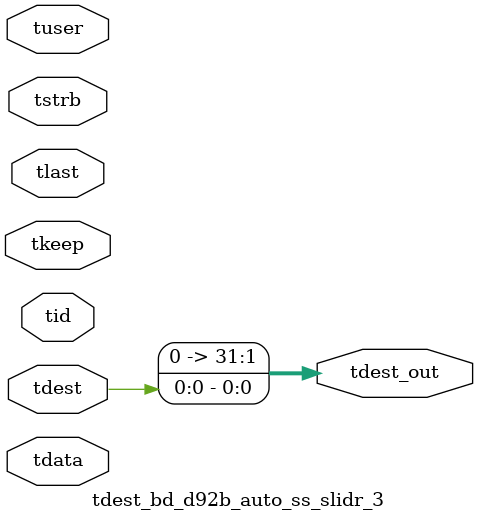
<source format=v>


`timescale 1ps/1ps

module tdest_bd_d92b_auto_ss_slidr_3 #
(
parameter C_S_AXIS_TDATA_WIDTH = 32,
parameter C_S_AXIS_TUSER_WIDTH = 0,
parameter C_S_AXIS_TID_WIDTH   = 0,
parameter C_S_AXIS_TDEST_WIDTH = 0,
parameter C_M_AXIS_TDEST_WIDTH = 32
)
(
input  [(C_S_AXIS_TDATA_WIDTH == 0 ? 1 : C_S_AXIS_TDATA_WIDTH)-1:0     ] tdata,
input  [(C_S_AXIS_TUSER_WIDTH == 0 ? 1 : C_S_AXIS_TUSER_WIDTH)-1:0     ] tuser,
input  [(C_S_AXIS_TID_WIDTH   == 0 ? 1 : C_S_AXIS_TID_WIDTH)-1:0       ] tid,
input  [(C_S_AXIS_TDEST_WIDTH == 0 ? 1 : C_S_AXIS_TDEST_WIDTH)-1:0     ] tdest,
input  [(C_S_AXIS_TDATA_WIDTH/8)-1:0 ] tkeep,
input  [(C_S_AXIS_TDATA_WIDTH/8)-1:0 ] tstrb,
input                                                                    tlast,
output [C_M_AXIS_TDEST_WIDTH-1:0] tdest_out
);

assign tdest_out = {tdest[0:0]};

endmodule


</source>
